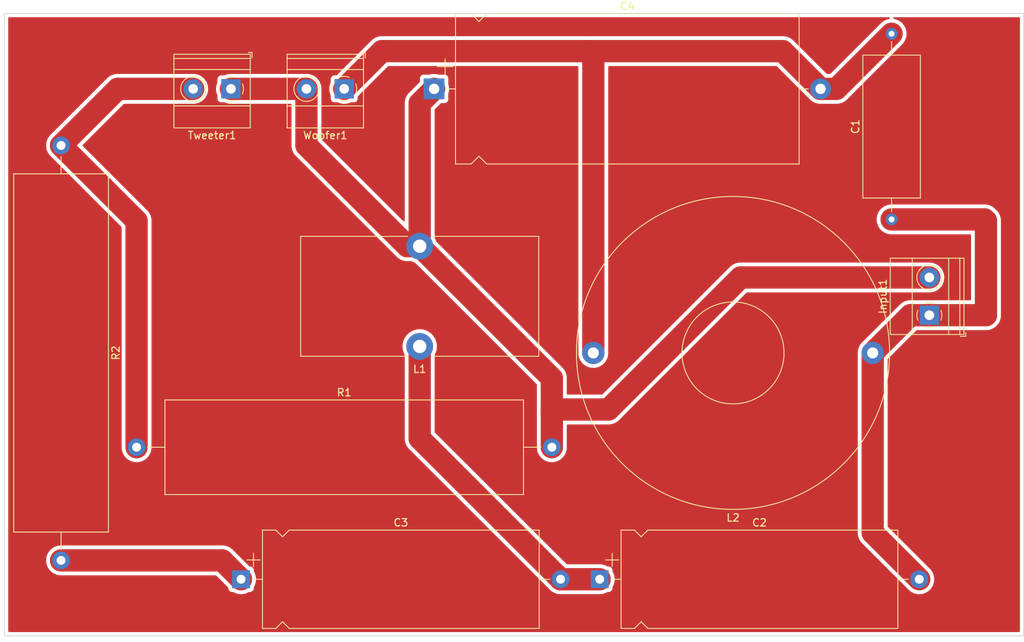
<source format=kicad_pcb>
(kicad_pcb (version 20211014) (generator pcbnew)
  (layers (0 "F.Cu" signal) (31 "B.Cu" signal) (34 "B.Paste" user) (35 "F.Paste" user) (36 "B.SilkS" user "B.Silkscreen") (37 "F.SilkS" user "F.Silkscreen") (38 "B.Mask" user) (39 "F.Mask" user) (44 "Edge.Cuts" user))
  (net 0 "")
  (net 1 "Net-(Input1-Pad1)")
  (net 2 "Net-(Woofer1-Pad1)")
  (net 3 "Net-(C3-Pad2)")
  (net 4 "Net-(R2-Pad2)")
  (net 5 "Net-(Input1-Pad2)")
  (net 6 "Net-(R1-Pad1)")
  (footprint "Capacitor_THT:CP_Axial_L37.0mm_D13.0mm_P43.00mm_Horizontal" (layer "F.Cu") (at 207.1 124.46)
    (fp_text reference "C2" (at 21.5 -7.62) (layer "F.SilkS"))
    (fp_text value "1.5uF")
    (fp_line (start 2.88 -6.62) (end 4.68 -6.62) (layer "F.SilkS") (width 0.12))
    (fp_line (start 4.68 -6.62) (end 5.58 -5.72) (layer "F.SilkS") (width 0.12))
    (fp_line (start 40.12 -6.62) (end 40.12 6.62) (layer "F.SilkS") (width 0.12))
    (fp_line (start 1.44 0) (end 2.88 0) (layer "F.SilkS") (width 0.12))
    (fp_line (start 5.58 -5.72) (end 6.48 -6.62) (layer "F.SilkS") (width 0.12))
    (fp_line (start 41.56 0) (end 40.12 0) (layer "F.SilkS") (width 0.12))
    (fp_line (start 4.68 6.62) (end 5.58 5.72) (layer "F.SilkS") (width 0.12))
    (fp_line (start 2.88 -6.62) (end 2.88 6.62) (layer "F.SilkS") (width 0.12))
    (fp_line (start 6.48 6.62) (end 40.12 6.62) (layer "F.SilkS") (width 0.12))
    (fp_line (start 1.68 -3.5) (end 1.68 -1.7) (layer "F.SilkS") (width 0.12))
    (fp_line (start 0.78 -2.6) (end 2.58 -2.6) (layer "F.SilkS") (width 0.12))
    (fp_line (start 5.58 5.72) (end 6.48 6.62) (layer "F.SilkS") (width 0.12))
    (fp_line (start 2.88 6.62) (end 4.68 6.62) (layer "F.SilkS") (width 0.12))
    (fp_line (start 6.48 -6.62) (end 40.12 -6.62) (layer "F.SilkS") (width 0.12))
    (pad "1" thru_hole rect (at 0 0) (size 2.4 2.4) (drill 1.2) (layers *.Cu *.Mask) (net 3 "Net-(C3-Pad2)"))
    (pad "2" thru_hole oval (at 43 0) (size 2.4 2.4) (drill 1.2) (layers *.Cu *.Mask) (net 1 "Net-(Input1-Pad1)"))
  )
  (footprint "TerminalBlock_Phoenix:TerminalBlock_Phoenix_MKDS-1,5-2-5.08_1x02_P5.08mm_Horizontal" (layer "F.Cu") (at 251.46 88.9 90)
    (fp_text reference "Input1" (at 2.54 -6.26 90) (layer "F.SilkS"))
    (fp_text value "Screw_Terminal_01x02")
    (fp_line (start -2.6 2.6) (end 7.68 2.6) (layer "F.SilkS") (width 0.12))
    (fp_line (start 3.853 1.023) (end 3.806 1.069) (layer "F.SilkS") (width 0.12))
    (fp_line (start 7.68 -5.261) (end 7.68 4.66) (layer "F.SilkS") (width 0.12))
    (fp_line (start -2.6 4.66) (end 7.68 4.66) (layer "F.SilkS") (width 0.12))
    (fp_line (start 6.355 -1.069) (end 6.308 -1.023) (layer "F.SilkS") (width 0.12))
    (fp_line (start -2.6 -5.261) (end 7.68 -5.261) (layer "F.SilkS") (width 0.12))
    (fp_line (start -2.84 4.16) (end -2.84 4.9) (layer "F.SilkS") (width 0.12))
    (fp_line (start -2.6 -5.261) (end -2.6 4.66) (layer "F.SilkS") (width 0.12))
    (fp_line (start 6.15 -1.275) (end 6.115 -1.239) (layer "F.SilkS") (width 0.12))
    (fp_line (start 4.046 1.239) (end 4.011 1.274) (layer "F.SilkS") (width 0.12))
    (fp_line (start -2.84 4.9) (end -2.34 4.9) (layer "F.SilkS") (width 0.12))
    (fp_line (start -2.6 4.1) (end 7.68 4.1) (layer "F.SilkS") (width 0.12))
    (fp_line (start -2.6 -2.301) (end 7.68 -2.301) (layer "F.SilkS") (width 0.12))
    (fp_arc (start 1.535427 -0.683042) (mid 1.680501 0.000524) (end 1.535 0.684) (layer "F.SilkS") (width 0.12))
    (fp_arc (start -1.535427 0.683042) (mid -1.680501 -0.000524) (end -1.535 -0.684) (layer "F.SilkS") (width 0.12))
    (fp_arc (start 0.028805 1.680253) (mid -0.335551 1.646659) (end -0.684 1.535) (layer "F.SilkS") (width 0.12))
    (fp_arc (start 0.683318 1.534756) (mid 0.349292 1.643288) (end 0 1.68) (layer "F.SilkS") (width 0.12))
    (fp_arc (start -0.683042 -1.535427) (mid 0.000524 -1.680501) (end 0.684 -1.535) (layer "F.SilkS") (width 0.12))
    (fp_circle (center 5.08 0) (end 6.76 0) (layer "F.SilkS") (width 0.12) (fill none))
    (pad "1" thru_hole rect (at 0 0 90) (size 2.6 2.6) (drill 1.3) (layers *.Cu *.Mask) (net 1 "Net-(Input1-Pad1)"))
    (pad "2" thru_hole circle (at 5.08 0 90) (size 2.6 2.6) (drill 1.3) (layers *.Cu *.Mask) (net 5 "Net-(Input1-Pad2)"))
  )
  (footprint "TerminalBlock_Phoenix:TerminalBlock_Phoenix_MKDS-1,5-2-5.08_1x02_P5.08mm_Horizontal" (layer "F.Cu") (at 157.48 58.42 180)
    (fp_text reference "Tweeter1" (at 2.54 -6.26) (layer "F.SilkS"))
    (fp_text value "Screw_Terminal_01x02")
    (fp_line (start 6.355 -1.069) (end 6.308 -1.023) (layer "F.SilkS") (width 0.12))
    (fp_line (start -2.6 4.66) (end 7.68 4.66) (layer "F.SilkS") (width 0.12))
    (fp_line (start -2.84 4.16) (end -2.84 4.9) (layer "F.SilkS") (width 0.12))
    (fp_line (start -2.6 -5.261) (end 7.68 -5.261) (layer "F.SilkS") (width 0.12))
    (fp_line (start -2.6 -2.301) (end 7.68 -2.301) (layer "F.SilkS") (width 0.12))
    (fp_line (start 3.853 1.023) (end 3.806 1.069) (layer "F.SilkS") (width 0.12))
    (fp_line (start -2.6 4.1) (end 7.68 4.1) (layer "F.SilkS") (width 0.12))
    (fp_line (start -2.6 -5.261) (end -2.6 4.66) (layer "F.SilkS") (width 0.12))
    (fp_line (start 6.15 -1.275) (end 6.115 -1.239) (layer "F.SilkS") (width 0.12))
    (fp_line (start 7.68 -5.261) (end 7.68 4.66) (layer "F.SilkS") (width 0.12))
    (fp_line (start 4.046 1.239) (end 4.011 1.274) (layer "F.SilkS") (width 0.12))
    (fp_line (start -2.84 4.9) (end -2.34 4.9) (layer "F.SilkS") (width 0.12))
    (fp_line (start -2.6 2.6) (end 7.68 2.6) (layer "F.SilkS") (width 0.12))
    (fp_arc (start 0.683318 1.534756) (mid 0.349292 1.643288) (end 0 1.68) (layer "F.SilkS") (width 0.12))
    (fp_arc (start -1.535427 0.683042) (mid -1.680501 -0.000524) (end -1.535 -0.684) (layer "F.SilkS") (width 0.12))
    (fp_arc (start 0.028805 1.680253) (mid -0.335551 1.646659) (end -0.684 1.535) (layer "F.SilkS") (width 0.12))
    (fp_arc (start 1.535427 -0.683042) (mid 1.680501 0.000524) (end 1.535 0.684) (layer "F.SilkS") (width 0.12))
    (fp_arc (start -0.683042 -1.535427) (mid 0.000524 -1.680501) (end 0.684 -1.535) (layer "F.SilkS") (width 0.12))
    (fp_circle (center 5.08 0) (end 6.76 0) (layer "F.SilkS") (width 0.12) (fill none))
    (pad "1" thru_hole rect (at 0 0 180) (size 2.6 2.6) (drill 1.3) (layers *.Cu *.Mask) (net 5 "Net-(Input1-Pad2)"))
    (pad "2" thru_hole circle (at 5.08 0 180) (size 2.6 2.6) (drill 1.3) (layers *.Cu *.Mask) (net 6 "Net-(R1-Pad1)"))
  )
  (footprint "Capacitor_THT:CP_Axial_L46.0mm_D20.0mm_P52.00mm_Horizontal" (layer "F.Cu") (at 184.82 58.42)
    (fp_text reference "C4" (at 26 -11.12) (layer "F.SilkS"))
    (fp_text value "6.8uF")
    (fp_line (start 1.48 -4.05) (end 1.48 -1.95) (layer "F.SilkS") (width 0.12))
    (fp_line (start 7.08 10.12) (end 49.12 10.12) (layer "F.SilkS") (width 0.12))
    (fp_line (start 2.88 10.12) (end 4.98 10.12) (layer "F.SilkS") (width 0.12))
    (fp_line (start 2.88 -10.12) (end 2.88 10.12) (layer "F.SilkS") (width 0.12))
    (fp_line (start 2.88 -10.12) (end 4.98 -10.12) (layer "F.SilkS") (width 0.12))
    (fp_line (start 4.98 -10.12) (end 6.03 -9.07) (layer "F.SilkS") (width 0.12))
    (fp_line (start 7.08 -10.12) (end 49.12 -10.12) (layer "F.SilkS") (width 0.12))
    (fp_line (start 49.12 -10.12) (end 49.12 10.12) (layer "F.SilkS") (width 0.12))
    (fp_line (start 6.03 9.07) (end 7.08 10.12) (layer "F.SilkS") (width 0.12))
    (fp_line (start 0.43 -3) (end 2.53 -3) (layer "F.SilkS") (width 0.12))
    (fp_line (start 1.64 0) (end 2.88 0) (layer "F.SilkS") (width 0.12))
    (fp_line (start 4.98 10.12) (end 6.03 9.07) (layer "F.SilkS") (width 0.12))
    (fp_line (start 50.36 0) (end 49.12 0) (layer "F.SilkS") (width 0.12))
    (fp_line (start 6.03 -9.07) (end 7.08 -10.12) (layer "F.SilkS") (width 0.12))
    (pad "1" thru_hole rect (at 0 0) (size 2.8 2.8) (drill 1.4) (layers *.Cu *.Mask) (net 5 "Net-(Input1-Pad2)"))
    (pad "2" thru_hole oval (at 52 0) (size 2.8 2.8) (drill 1.4) (layers *.Cu *.Mask) (net 2 "Net-(Woofer1-Pad1)"))
  )
  (footprint "Resistor_THT:R_Axial_Power_L48.0mm_W12.5mm_P55.88mm" (layer "F.Cu") (at 144.78 106.68)
    (fp_text reference "R1" (at 27.94 -7.37) (layer "F.SilkS"))
    (fp_text value "10ohm")
    (fp_line (start 54.44 0) (end 52.06 0) (layer "F.SilkS") (width 0.12))
    (fp_line (start 52.06 6.37) (end 52.06 -6.37) (layer "F.SilkS") (width 0.12))
    (fp_line (start 1.44 0) (end 3.82 0) (layer "F.SilkS") (width 0.12))
    (fp_line (start 3.82 6.37) (end 52.06 6.37) (layer "F.SilkS") (width 0.12))
    (fp_line (start 52.06 -6.37) (end 3.82 -6.37) (layer "F.SilkS") (width 0.12))
    (fp_line (start 3.82 -6.37) (end 3.82 6.37) (layer "F.SilkS") (width 0.12))
    (pad "1" thru_hole circle (at 0 0) (size 2.4 2.4) (drill 1.2) (layers *.Cu *.Mask) (net 6 "Net-(R1-Pad1)"))
    (pad "2" thru_hole oval (at 55.88 0) (size 2.4 2.4) (drill 1.2) (layers *.Cu *.Mask) (net 5 "Net-(Input1-Pad2)"))
  )
  (footprint "TerminalBlock_Phoenix:TerminalBlock_Phoenix_MKDS-1,5-2-5.08_1x02_P5.08mm_Horizontal" (layer "F.Cu") (at 172.72 58.42 180)
    (fp_text reference "Woofer1" (at 2.54 -6.26) (layer "F.SilkS"))
    (fp_text value "Screw_Terminal_01x02")
    (fp_line (start -2.84 4.9) (end -2.34 4.9) (layer "F.SilkS") (width 0.12))
    (fp_line (start 3.853 1.023) (end 3.806 1.069) (layer "F.SilkS") (width 0.12))
    (fp_line (start 6.15 -1.275) (end 6.115 -1.239) (layer "F.SilkS") (width 0.12))
    (fp_line (start -2.6 -5.261) (end 7.68 -5.261) (layer "F.SilkS") (width 0.12))
    (fp_line (start -2.6 4.66) (end 7.68 4.66) (layer "F.SilkS") (width 0.12))
    (fp_line (start -2.6 -2.301) (end 7.68 -2.301) (layer "F.SilkS") (width 0.12))
    (fp_line (start 4.046 1.239) (end 4.011 1.274) (layer "F.SilkS") (width 0.12))
    (fp_line (start -2.6 -5.261) (end -2.6 4.66) (layer "F.SilkS") (width 0.12))
    (fp_line (start 6.355 -1.069) (end 6.308 -1.023) (layer "F.SilkS") (width 0.12))
    (fp_line (start 7.68 -5.261) (end 7.68 4.66) (layer "F.SilkS") (width 0.12))
    (fp_line (start -2.84 4.16) (end -2.84 4.9) (layer "F.SilkS") (width 0.12))
    (fp_line (start -2.6 4.1) (end 7.68 4.1) (layer "F.SilkS") (width 0.12))
    (fp_line (start -2.6 2.6) (end 7.68 2.6) (layer "F.SilkS") (width 0.12))
    (fp_arc (start -1.535427 0.683042) (mid -1.680501 -0.000524) (end -1.535 -0.684) (layer "F.SilkS") (width 0.12))
    (fp_arc (start 0.683318 1.534756) (mid 0.349292 1.643288) (end 0 1.68) (layer "F.SilkS") (width 0.12))
    (fp_arc (start 0.028805 1.680253) (mid -0.335551 1.646659) (end -0.684 1.535) (layer "F.SilkS") (width 0.12))
    (fp_arc (start 1.535427 -0.683042) (mid 1.680501 0.000524) (end 1.535 0.684) (layer "F.SilkS") (width 0.12))
    (fp_arc (start -0.683042 -1.535427) (mid 0.000524 -1.680501) (end 0.684 -1.535) (layer "F.SilkS") (width 0.12))
    (fp_circle (center 5.08 0) (end 6.76 0) (layer "F.SilkS") (width 0.12) (fill none))
    (pad "1" thru_hole rect (at 0 0 180) (size 2.6 2.6) (drill 1.3) (layers *.Cu *.Mask) (net 2 "Net-(Woofer1-Pad1)"))
    (pad "2" thru_hole circle (at 5.08 0 180) (size 2.6 2.6) (drill 1.3) (layers *.Cu *.Mask) (net 5 "Net-(Input1-Pad2)"))
  )
  (footprint "Capacitor_THT:CP_Axial_L37.0mm_D13.0mm_P43.00mm_Horizontal" (layer "F.Cu") (at 158.84 124.46)
    (fp_text reference "C3" (at 21.5 -7.62) (layer "F.SilkS"))
    (fp_text value "2.2uF")
    (fp_line (start 4.68 6.62) (end 5.58 5.72) (layer "F.SilkS") (width 0.12))
    (fp_line (start 40.12 -6.62) (end 40.12 6.62) (layer "F.SilkS") (width 0.12))
    (fp_line (start 1.68 -3.5) (end 1.68 -1.7) (layer "F.SilkS") (width 0.12))
    (fp_line (start 2.88 -6.62) (end 4.68 -6.62) (layer "F.SilkS") (width 0.12))
    (fp_line (start 2.88 6.62) (end 4.68 6.62) (layer "F.SilkS") (width 0.12))
    (fp_line (start 0.78 -2.6) (end 2.58 -2.6) (layer "F.SilkS") (width 0.12))
    (fp_line (start 1.44 0) (end 2.88 0) (layer "F.SilkS") (width 0.12))
    (fp_line (start 4.68 -6.62) (end 5.58 -5.72) (layer "F.SilkS") (width 0.12))
    (fp_line (start 6.48 6.62) (end 40.12 6.62) (layer "F.SilkS") (width 0.12))
    (fp_line (start 5.58 5.72) (end 6.48 6.62) (layer "F.SilkS") (width 0.12))
    (fp_line (start 6.48 -6.62) (end 40.12 -6.62) (layer "F.SilkS") (width 0.12))
    (fp_line (start 2.88 -6.62) (end 2.88 6.62) (layer "F.SilkS") (width 0.12))
    (fp_line (start 41.56 0) (end 40.12 0) (layer "F.SilkS") (width 0.12))
    (fp_line (start 5.58 -5.72) (end 6.48 -6.62) (layer "F.SilkS") (width 0.12))
    (pad "1" thru_hole rect (at 0 0) (size 2.4 2.4) (drill 1.2) (layers *.Cu *.Mask) (net 4 "Net-(R2-Pad2)"))
    (pad "2" thru_hole oval (at 43 0) (size 2.4 2.4) (drill 1.2) (layers *.Cu *.Mask) (net 3 "Net-(C3-Pad2)"))
  )
  (footprint "Capacitor_THT:C_Axial_L19.0mm_D7.5mm_P25.00mm_Horizontal" (layer "F.Cu") (at 246.38 76 90)
    (fp_text reference "C1" (at 12.5 -4.87 90) (layer "F.SilkS"))
    (fp_text value "0.22uF")
    (fp_line (start 1.04 0) (end 2.88 0) (layer "F.SilkS") (width 0.12))
    (fp_line (start 2.88 -3.87) (end 2.88 3.87) (layer "F.SilkS") (width 0.12))
    (fp_line (start 22.12 3.87) (end 22.12 -3.87) (layer "F.SilkS") (width 0.12))
    (fp_line (start 2.88 3.87) (end 22.12 3.87) (layer "F.SilkS") (width 0.12))
    (fp_line (start 22.12 -3.87) (end 2.88 -3.87) (layer "F.SilkS") (width 0.12))
    (fp_line (start 23.96 0) (end 22.12 0) (layer "F.SilkS") (width 0.12))
    (pad "1" thru_hole circle (at 0 0 90) (size 1.6 1.6) (drill 0.8) (layers *.Cu *.Mask) (net 1 "Net-(Input1-Pad1)"))
    (pad "2" thru_hole oval (at 25 0 90) (size 1.6 1.6) (drill 0.8) (layers *.Cu *.Mask) (net 2 "Net-(Woofer1-Pad1)"))
  )
  (footprint "Inductor_THT:L_Toroid_Vertical_L31.8mm_W15.9mm_P13.50mm_Bourns_5700" (layer "F.Cu") (at 182.88 93.105 180)
    (fp_text reference "L1" (at 0 -3.05) (layer "F.SilkS"))
    (fp_text value "0.35mH")
    (fp_line (start -16.02 -1.32) (end -16.02 14.82) (layer "F.SilkS") (width 0.12))
    (fp_line (start 1.608 -1.32) (end 16.02 -1.32) (layer "F.SilkS") (width 0.12))
    (fp_line (start -16.02 14.82) (end -1.608 14.82) (layer "F.SilkS") (width 0.12))
    (fp_line (start 16.02 -1.32) (end 16.02 14.82) (layer "F.SilkS") (width 0.12))
    (fp_line (start -16.02 -1.32) (end -1.608 -1.32) (layer "F.SilkS") (width 0.12))
    (fp_line (start 1.608 14.82) (end 16.02 14.82) (layer "F.SilkS") (width 0.12))
    (pad "1" thru_hole circle (at 0 0 180) (size 3.6 3.6) (drill 1.8) (layers *.Cu *.Mask) (net 3 "Net-(C3-Pad2)"))
    (pad "2" thru_hole circle (at 0 13.5 180) (size 3.6 3.6) (drill 1.8) (layers *.Cu *.Mask) (net 5 "Net-(Input1-Pad2)"))
  )
  (footprint "Inductor_THT:L_Toroid_Horizontal_D41.9mm_P37.60mm_Vishay_TJ7" (layer "F.Cu") (at 243.84 93.98 180)
    (fp_text reference "L2" (at 18.8 -22.2) (layer "F.SilkS"))
    (fp_text value "1.1mH")
    (fp_circle (center 18.8 0) (end 25.663333 0) (layer "F.SilkS") (width 0.12) (fill none))
    (fp_circle (center 18.8 0) (end 39.87 0) (layer "F.SilkS") (width 0.12) (fill none))
    (pad "1" thru_hole circle (at 0 0 180) (size 3 3) (drill 1.5) (layers *.Cu *.Mask) (net 1 "Net-(Input1-Pad1)"))
    (pad "2" thru_hole circle (at 37.6 0 180) (size 3 3) (drill 1.5) (layers *.Cu *.Mask) (net 2 "Net-(Woofer1-Pad1)"))
  )
  (footprint "Resistor_THT:R_Axial_Power_L48.0mm_W12.5mm_P55.88mm" (layer "F.Cu") (at 134.62 66.04 -90)
    (fp_text reference "R2" (at 27.94 -7.37 90) (layer "F.SilkS"))
    (fp_text value "6ohm")
    (fp_line (start 3.82 6.37) (end 52.06 6.37) (layer "F.SilkS") (width 0.12))
    (fp_line (start 54.44 0) (end 52.06 0) (layer "F.SilkS") (width 0.12))
    (fp_line (start 3.82 -6.37) (end 3.82 6.37) (layer "F.SilkS") (width 0.12))
    (fp_line (start 52.06 -6.37) (end 3.82 -6.37) (layer "F.SilkS") (width 0.12))
    (fp_line (start 1.44 0) (end 3.82 0) (layer "F.SilkS") (width 0.12))
    (fp_line (start 52.06 6.37) (end 52.06 -6.37) (layer "F.SilkS") (width 0.12))
    (pad "1" thru_hole circle (at 0 0 270) (size 2.4 2.4) (drill 1.2) (layers *.Cu *.Mask) (net 6 "Net-(R1-Pad1)"))
    (pad "2" thru_hole oval (at 55.88 0 270) (size 2.4 2.4) (drill 1.2) (layers *.Cu *.Mask) (net 4 "Net-(R2-Pad2)"))
  )
  (gr_rect (start 127 48.26) (end 264.16 132.08) (layer "Edge.Cuts") (width 0.1) (fill none))
  (segment (start 250.1 124.46) (end 243.84 118.2) (width 3) (layer "F.Cu") (net 1))
  (segment (start 258.88 76) (end 259.08 76.2) (width 3) (layer "F.Cu") (net 1))
  (segment (start 248.92 88.9) (end 243.84 93.98) (width 3) (layer "F.Cu") (net 1))
  (segment (start 259.08 76.2) (end 259.08 88.9) (width 3) (layer "F.Cu") (net 1))
  (segment (start 251.46 88.9) (end 248.92 88.9) (width 3) (layer "F.Cu") (net 1))
  (segment (start 259.08 88.9) (end 251.46 88.9) (width 3) (layer "F.Cu") (net 1))
  (segment (start 246.38 76) (end 258.88 76) (width 3) (layer "F.Cu") (net 1))
  (segment (start 243.84 118.2) (end 243.84 93.98) (width 3) (layer "F.Cu") (net 1))
  (segment (start 236.82 58.42) (end 238.96 58.42) (width 3) (layer "F.Cu") (net 2))
  (segment (start 205.74 53.34) (end 231.74 53.34) (width 3) (layer "F.Cu") (net 2))
  (segment (start 172.72 58.42) (end 177.8 53.34) (width 3) (layer "F.Cu") (net 2))
  (segment (start 206.24 53.84) (end 205.74 53.34) (width 3) (layer "F.Cu") (net 2))
  (segment (start 231.74 53.34) (end 236.82 58.42) (width 3) (layer "F.Cu") (net 2))
  (segment (start 206.24 93.98) (end 206.24 53.84) (width 3) (layer "F.Cu") (net 2))
  (segment (start 177.8 53.34) (end 205.74 53.34) (width 3) (layer "F.Cu") (net 2))
  (segment (start 238.96 58.42) (end 246.38 51) (width 3) (layer "F.Cu") (net 2))
  (segment (start 201.84 124.46) (end 207.1 124.46) (width 3) (layer "F.Cu") (net 3))
  (segment (start 182.88 93.105) (end 182.88 105.5) (width 3) (layer "F.Cu") (net 3))
  (segment (start 182.88 105.5) (end 201.84 124.46) (width 3) (layer "F.Cu") (net 3))
  (segment (start 156.3 121.92) (end 158.84 124.46) (width 3) (layer "F.Cu") (net 4))
  (segment (start 134.62 121.92) (end 156.3 121.92) (width 3) (layer "F.Cu") (net 4))
  (segment (start 167.64 58.42) (end 167.64 66.04) (width 3) (layer "F.Cu") (net 5))
  (segment (start 200.66 106.68) (end 200.66 101.6) (width 3) (layer "F.Cu") (net 5))
  (segment (start 181.205 79.605) (end 182.88 79.605) (width 3) (layer "F.Cu") (net 5))
  (segment (start 200.66 101.6) (end 200.66 97.385) (width 3) (layer "F.Cu") (net 5))
  (segment (start 200.66 101.6) (end 208.28 101.6) (width 3) (layer "F.Cu") (net 5))
  (segment (start 226.06 83.82) (end 208.28 101.6) (width 3) (layer "F.Cu") (net 5))
  (segment (start 157.48 58.42) (end 167.64 58.42) (width 3) (layer "F.Cu") (net 5))
  (segment (start 182.88 60.36) (end 184.82 58.42) (width 3) (layer "F.Cu") (net 5))
  (segment (start 200.66 97.385) (end 182.88 79.605) (width 3) (layer "F.Cu") (net 5))
  (segment (start 182.88 79.605) (end 182.88 60.36) (width 3) (layer "F.Cu") (net 5))
  (segment (start 251.46 83.82) (end 226.06 83.82) (width 3) (layer "F.Cu") (net 5))
  (segment (start 167.64 66.04) (end 181.205 79.605) (width 3) (layer "F.Cu") (net 5))
  (segment (start 144.78 106.68) (end 144.78 76.2) (width 3) (layer "F.Cu") (net 6))
  (segment (start 142.24 58.42) (end 152.4 58.42) (width 3) (layer "F.Cu") (net 6))
  (segment (start 144.78 76.2) (end 134.62 66.04) (width 3) (layer "F.Cu") (net 6))
  (segment (start 134.62 66.04) (end 142.24 58.42) (width 3) (layer "F.Cu") (net 6))
  (zone (net 0) (net_name "") (layer "F.Cu") (connect_pads (clearance 0.508)) (min_thickness 0.254) (fill yes (thermal_gap 0.508) (thermal_bridge_width 0.508))
    (polygon (pts (xy 264.16 132.08) (xy 127 132.08) (xy 127 48.26) (xy 264.16 48.26)))
  )
)
</source>
